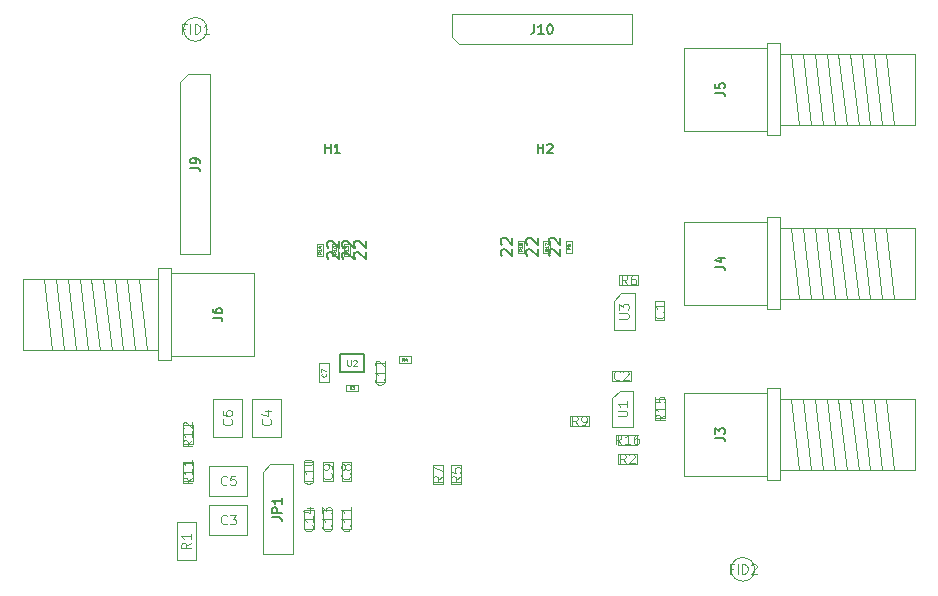
<source format=gbr>
%TF.GenerationSoftware,KiCad,Pcbnew,(5.1.10)-1*%
%TF.CreationDate,2021-07-22T16:49:50+02:00*%
%TF.ProjectId,astropix_v2,61737472-6f70-4697-985f-76322e6b6963,1.0*%
%TF.SameCoordinates,Original*%
%TF.FileFunction,Other,Fab,Top*%
%FSLAX46Y46*%
G04 Gerber Fmt 4.6, Leading zero omitted, Abs format (unit mm)*
G04 Created by KiCad (PCBNEW (5.1.10)-1) date 2021-07-22 16:49:50*
%MOMM*%
%LPD*%
G01*
G04 APERTURE LIST*
%ADD10C,0.100000*%
%ADD11C,0.150000*%
%ADD12C,0.040000*%
%ADD13C,0.060000*%
%ADD14C,0.075000*%
%ADD15C,0.120000*%
G04 APERTURE END LIST*
D10*
%TO.C,R8*%
X139303000Y-73550000D02*
X139303000Y-72500000D01*
X139843000Y-73550000D02*
X139303000Y-73550000D01*
X139843000Y-72500000D02*
X139843000Y-73550000D01*
X139303000Y-72500000D02*
X139843000Y-72500000D01*
%TO.C,R18*%
X135239000Y-73550000D02*
X135239000Y-72500000D01*
X135779000Y-73550000D02*
X135239000Y-73550000D01*
X135779000Y-72500000D02*
X135779000Y-73550000D01*
X135239000Y-72500000D02*
X135779000Y-72500000D01*
%TO.C,R17*%
X137398000Y-73550000D02*
X137398000Y-72500000D01*
X137938000Y-73550000D02*
X137398000Y-73550000D01*
X137938000Y-72500000D02*
X137938000Y-73550000D01*
X137398000Y-72500000D02*
X137938000Y-72500000D01*
%TO.C,R14*%
X118761000Y-72754000D02*
X118761000Y-73804000D01*
X118221000Y-72754000D02*
X118761000Y-72754000D01*
X118221000Y-73804000D02*
X118221000Y-72754000D01*
X118761000Y-73804000D02*
X118221000Y-73804000D01*
%TO.C,R13*%
X121047000Y-72756000D02*
X121047000Y-73806000D01*
X120507000Y-72756000D02*
X121047000Y-72756000D01*
X120507000Y-73806000D02*
X120507000Y-72756000D01*
X121047000Y-73806000D02*
X120507000Y-73806000D01*
%TO.C,R10*%
X120031000Y-72754000D02*
X120031000Y-73804000D01*
X119491000Y-72754000D02*
X120031000Y-72754000D01*
X119491000Y-73804000D02*
X119491000Y-72754000D01*
X120031000Y-73804000D02*
X119491000Y-73804000D01*
%TO.C,C14*%
X117976600Y-95288200D02*
X117976600Y-96888200D01*
X117176600Y-95288200D02*
X117976600Y-95288200D01*
X117176600Y-96888200D02*
X117176600Y-95288200D01*
X117976600Y-96888200D02*
X117176600Y-96888200D01*
%TO.C,JP1*%
X113639600Y-92075000D02*
X114274600Y-91440000D01*
X113639600Y-99060000D02*
X113639600Y-92075000D01*
X116179600Y-99060000D02*
X113639600Y-99060000D01*
X116179600Y-91440000D02*
X116179600Y-99060000D01*
X114274600Y-91440000D02*
X116179600Y-91440000D01*
%TO.C,R4*%
X126204200Y-82820000D02*
X125154200Y-82820000D01*
X126204200Y-82280000D02*
X126204200Y-82820000D01*
X125154200Y-82280000D02*
X126204200Y-82280000D01*
X125154200Y-82820000D02*
X125154200Y-82280000D01*
D11*
%TO.C,U2*%
X122233800Y-82105198D02*
X122233800Y-83655200D01*
X120183800Y-82105198D02*
X122233800Y-82105198D01*
X120183800Y-83655200D02*
X120183800Y-82105198D01*
X122233800Y-83655200D02*
X120183800Y-83655200D01*
D10*
%TO.C,C3*%
X109144000Y-94914400D02*
X112344000Y-94914400D01*
X109144000Y-97414400D02*
X109144000Y-94914400D01*
X112344000Y-97414400D02*
X109144000Y-97414400D01*
X112344000Y-94914400D02*
X112344000Y-97414400D01*
%TO.C,R3*%
X121733800Y-85233000D02*
X120683800Y-85233000D01*
X121733800Y-84693000D02*
X121733800Y-85233000D01*
X120683800Y-84693000D02*
X121733800Y-84693000D01*
X120683800Y-85233000D02*
X120683800Y-84693000D01*
%TO.C,R6*%
X143853500Y-75431900D02*
X145453500Y-75431900D01*
X143853500Y-76256900D02*
X143853500Y-75431900D01*
X145453500Y-76256900D02*
X143853500Y-76256900D01*
X145453500Y-75431900D02*
X145453500Y-76256900D01*
%TO.C,C7*%
X118446600Y-82893000D02*
X119246600Y-82893000D01*
X119246600Y-82893000D02*
X119246600Y-84493000D01*
X119246600Y-84493000D02*
X118446600Y-84493000D01*
X118446600Y-84493000D02*
X118446600Y-82893000D01*
%TO.C,R5*%
X130460500Y-91529000D02*
X130460500Y-93129000D01*
X129635500Y-91529000D02*
X130460500Y-91529000D01*
X129635500Y-93129000D02*
X129635500Y-91529000D01*
X130460500Y-93129000D02*
X129635500Y-93129000D01*
%TO.C,R16*%
X143726000Y-88944700D02*
X145326000Y-88944700D01*
X143726000Y-89769700D02*
X143726000Y-88944700D01*
X145326000Y-89769700D02*
X143726000Y-89769700D01*
X145326000Y-88944700D02*
X145326000Y-89769700D01*
%TO.C,R15*%
X147732500Y-85941000D02*
X147732500Y-87541000D01*
X146907500Y-85941000D02*
X147732500Y-85941000D01*
X146907500Y-87541000D02*
X146907500Y-85941000D01*
X147732500Y-87541000D02*
X146907500Y-87541000D01*
%TO.C,R9*%
X139662000Y-87344500D02*
X141262000Y-87344500D01*
X139662000Y-88169500D02*
X139662000Y-87344500D01*
X141262000Y-88169500D02*
X139662000Y-88169500D01*
X141262000Y-87344500D02*
X141262000Y-88169500D01*
%TO.C,R1*%
X106388000Y-99542400D02*
X106388000Y-96342400D01*
X107988000Y-99542400D02*
X106388000Y-99542400D01*
X107988000Y-96342400D02*
X107988000Y-99542400D01*
X106388000Y-96342400D02*
X107988000Y-96342400D01*
%TO.C,U1*%
X145045000Y-85191000D02*
X145045000Y-88291000D01*
X145045000Y-88291000D02*
X143245000Y-88291000D01*
X143245000Y-85841000D02*
X143245000Y-88291000D01*
X145045000Y-85191000D02*
X143895000Y-85191000D01*
X143245000Y-85841000D02*
X143895000Y-85191000D01*
%TO.C,U3*%
X145172000Y-76936000D02*
X145172000Y-80036000D01*
X145172000Y-80036000D02*
X143372000Y-80036000D01*
X143372000Y-77586000D02*
X143372000Y-80036000D01*
X145172000Y-76936000D02*
X144022000Y-76936000D01*
X143372000Y-77586000D02*
X144022000Y-76936000D01*
%TO.C,FID2*%
X155305000Y-100330000D02*
G75*
G03*
X155305000Y-100330000I-1000000J0D01*
G01*
%TO.C,FID1*%
X108950000Y-54610000D02*
G75*
G03*
X108950000Y-54610000I-1000000J0D01*
G01*
%TO.C,R12*%
X107727500Y-88100000D02*
X107727500Y-89700000D01*
X106902500Y-88100000D02*
X107727500Y-88100000D01*
X106902500Y-89700000D02*
X106902500Y-88100000D01*
X107727500Y-89700000D02*
X106902500Y-89700000D01*
%TO.C,R11*%
X106902500Y-92875000D02*
X106902500Y-91275000D01*
X107727500Y-92875000D02*
X106902500Y-92875000D01*
X107727500Y-91275000D02*
X107727500Y-92875000D01*
X106902500Y-91275000D02*
X107727500Y-91275000D01*
%TO.C,C6*%
X111943200Y-85903000D02*
X111943200Y-89103000D01*
X109443200Y-85903000D02*
X111943200Y-85903000D01*
X109443200Y-89103000D02*
X109443200Y-85903000D01*
X111943200Y-89103000D02*
X109443200Y-89103000D01*
%TO.C,C5*%
X109144000Y-91587000D02*
X112344000Y-91587000D01*
X109144000Y-94087000D02*
X109144000Y-91587000D01*
X112344000Y-94087000D02*
X109144000Y-94087000D01*
X112344000Y-91587000D02*
X112344000Y-94087000D01*
%TO.C,C4*%
X115245200Y-85903000D02*
X115245200Y-89103000D01*
X112745200Y-85903000D02*
X115245200Y-85903000D01*
X112745200Y-89103000D02*
X112745200Y-85903000D01*
X115245200Y-89103000D02*
X112745200Y-89103000D01*
%TO.C,R7*%
X128936500Y-91529000D02*
X128936500Y-93129000D01*
X128111500Y-91529000D02*
X128936500Y-91529000D01*
X128111500Y-93129000D02*
X128111500Y-91529000D01*
X128936500Y-93129000D02*
X128111500Y-93129000D01*
%TO.C,R2*%
X143726000Y-90570300D02*
X145326000Y-90570300D01*
X143726000Y-91395300D02*
X143726000Y-90570300D01*
X145326000Y-91395300D02*
X143726000Y-91395300D01*
X145326000Y-90570300D02*
X145326000Y-91395300D01*
%TO.C,J10*%
X130302000Y-55880000D02*
X129667000Y-55245000D01*
X144907000Y-55880000D02*
X130302000Y-55880000D01*
X144907000Y-53340000D02*
X144907000Y-55880000D01*
X129667000Y-53340000D02*
X144907000Y-53340000D01*
X129667000Y-55245000D02*
X129667000Y-53340000D01*
%TO.C,J9*%
X106680000Y-59055000D02*
X107315000Y-58420000D01*
X106680000Y-73660000D02*
X106680000Y-59055000D01*
X109220000Y-73660000D02*
X106680000Y-73660000D01*
X109220000Y-58420000D02*
X109220000Y-73660000D01*
X107315000Y-58420000D02*
X109220000Y-58420000D01*
%TO.C,J6*%
X95855000Y-81740000D02*
X95155000Y-75740000D01*
X96855000Y-81740000D02*
X96155000Y-75740000D01*
X97855000Y-81740000D02*
X97155000Y-75740000D01*
X98855000Y-81740000D02*
X98155000Y-75740000D01*
X99855000Y-81740000D02*
X99155000Y-75740000D01*
X100855000Y-81740000D02*
X100155000Y-75740000D01*
X101855000Y-81740000D02*
X101155000Y-75740000D01*
X102855000Y-81740000D02*
X102155000Y-75740000D01*
X103855000Y-81740000D02*
X103155000Y-75740000D01*
X105905000Y-82640000D02*
X105905000Y-74840000D01*
X104785000Y-82640000D02*
X105905000Y-82640000D01*
X104785000Y-74840000D02*
X104785000Y-82640000D01*
X105905000Y-74840000D02*
X104785000Y-74840000D01*
X93355000Y-75740000D02*
X104785000Y-75740000D01*
X93355000Y-81740000D02*
X104785000Y-81740000D01*
X93355000Y-81740000D02*
X93355000Y-75740000D01*
X105905000Y-75240000D02*
X112905000Y-75240000D01*
X112905000Y-82240000D02*
X112905000Y-75240000D01*
X105905000Y-82240000D02*
X112905000Y-82240000D01*
X105905000Y-82240000D02*
X105905000Y-75240000D01*
%TO.C,J5*%
X166400000Y-56690000D02*
X167100000Y-62690000D01*
X165400000Y-56690000D02*
X166100000Y-62690000D01*
X164400000Y-56690000D02*
X165100000Y-62690000D01*
X163400000Y-56690000D02*
X164100000Y-62690000D01*
X162400000Y-56690000D02*
X163100000Y-62690000D01*
X161400000Y-56690000D02*
X162100000Y-62690000D01*
X160400000Y-56690000D02*
X161100000Y-62690000D01*
X159400000Y-56690000D02*
X160100000Y-62690000D01*
X158400000Y-56690000D02*
X159100000Y-62690000D01*
X156350000Y-55790000D02*
X156350000Y-63590000D01*
X157470000Y-55790000D02*
X156350000Y-55790000D01*
X157470000Y-63590000D02*
X157470000Y-55790000D01*
X156350000Y-63590000D02*
X157470000Y-63590000D01*
X168900000Y-62690000D02*
X157470000Y-62690000D01*
X168900000Y-56690000D02*
X157470000Y-56690000D01*
X168900000Y-56690000D02*
X168900000Y-62690000D01*
X156350000Y-63190000D02*
X149350000Y-63190000D01*
X149350000Y-56190000D02*
X149350000Y-63190000D01*
X156350000Y-56190000D02*
X149350000Y-56190000D01*
X156350000Y-56190000D02*
X156350000Y-63190000D01*
%TO.C,J4*%
X166400000Y-71422000D02*
X167100000Y-77422000D01*
X165400000Y-71422000D02*
X166100000Y-77422000D01*
X164400000Y-71422000D02*
X165100000Y-77422000D01*
X163400000Y-71422000D02*
X164100000Y-77422000D01*
X162400000Y-71422000D02*
X163100000Y-77422000D01*
X161400000Y-71422000D02*
X162100000Y-77422000D01*
X160400000Y-71422000D02*
X161100000Y-77422000D01*
X159400000Y-71422000D02*
X160100000Y-77422000D01*
X158400000Y-71422000D02*
X159100000Y-77422000D01*
X156350000Y-70522000D02*
X156350000Y-78322000D01*
X157470000Y-70522000D02*
X156350000Y-70522000D01*
X157470000Y-78322000D02*
X157470000Y-70522000D01*
X156350000Y-78322000D02*
X157470000Y-78322000D01*
X168900000Y-77422000D02*
X157470000Y-77422000D01*
X168900000Y-71422000D02*
X157470000Y-71422000D01*
X168900000Y-71422000D02*
X168900000Y-77422000D01*
X156350000Y-77922000D02*
X149350000Y-77922000D01*
X149350000Y-70922000D02*
X149350000Y-77922000D01*
X156350000Y-70922000D02*
X149350000Y-70922000D01*
X156350000Y-70922000D02*
X156350000Y-77922000D01*
%TO.C,J3*%
X166400000Y-85900000D02*
X167100000Y-91900000D01*
X165400000Y-85900000D02*
X166100000Y-91900000D01*
X164400000Y-85900000D02*
X165100000Y-91900000D01*
X163400000Y-85900000D02*
X164100000Y-91900000D01*
X162400000Y-85900000D02*
X163100000Y-91900000D01*
X161400000Y-85900000D02*
X162100000Y-91900000D01*
X160400000Y-85900000D02*
X161100000Y-91900000D01*
X159400000Y-85900000D02*
X160100000Y-91900000D01*
X158400000Y-85900000D02*
X159100000Y-91900000D01*
X156350000Y-85000000D02*
X156350000Y-92800000D01*
X157470000Y-85000000D02*
X156350000Y-85000000D01*
X157470000Y-92800000D02*
X157470000Y-85000000D01*
X156350000Y-92800000D02*
X157470000Y-92800000D01*
X168900000Y-91900000D02*
X157470000Y-91900000D01*
X168900000Y-85900000D02*
X157470000Y-85900000D01*
X168900000Y-85900000D02*
X168900000Y-91900000D01*
X156350000Y-92400000D02*
X149350000Y-92400000D01*
X149350000Y-85400000D02*
X149350000Y-92400000D01*
X156350000Y-85400000D02*
X149350000Y-85400000D01*
X156350000Y-85400000D02*
X156350000Y-92400000D01*
%TO.C,C10*%
X117151200Y-92849600D02*
X117151200Y-91249600D01*
X117951200Y-92849600D02*
X117151200Y-92849600D01*
X117951200Y-91249600D02*
X117951200Y-92849600D01*
X117151200Y-91249600D02*
X117951200Y-91249600D01*
%TO.C,C12*%
X123221800Y-84493000D02*
X123221800Y-82893000D01*
X124021800Y-84493000D02*
X123221800Y-84493000D01*
X124021800Y-82893000D02*
X124021800Y-84493000D01*
X123221800Y-82893000D02*
X124021800Y-82893000D01*
%TO.C,C13*%
X119551400Y-95288200D02*
X119551400Y-96888200D01*
X118751400Y-95288200D02*
X119551400Y-95288200D01*
X118751400Y-96888200D02*
X118751400Y-95288200D01*
X119551400Y-96888200D02*
X118751400Y-96888200D01*
%TO.C,C11*%
X121151600Y-95288200D02*
X121151600Y-96888200D01*
X120351600Y-95288200D02*
X121151600Y-95288200D01*
X120351600Y-96888200D02*
X120351600Y-95288200D01*
X121151600Y-96888200D02*
X120351600Y-96888200D01*
%TO.C,C9*%
X118776800Y-92849600D02*
X118776800Y-91249600D01*
X119576800Y-92849600D02*
X118776800Y-92849600D01*
X119576800Y-91249600D02*
X119576800Y-92849600D01*
X118776800Y-91249600D02*
X119576800Y-91249600D01*
%TO.C,C8*%
X120351600Y-92849600D02*
X120351600Y-91249600D01*
X121151600Y-92849600D02*
X120351600Y-92849600D01*
X121151600Y-91249600D02*
X121151600Y-92849600D01*
X120351600Y-91249600D02*
X121151600Y-91249600D01*
%TO.C,C2*%
X143218000Y-83547000D02*
X144818000Y-83547000D01*
X143218000Y-84347000D02*
X143218000Y-83547000D01*
X144818000Y-84347000D02*
X143218000Y-84347000D01*
X144818000Y-83547000D02*
X144818000Y-84347000D01*
%TO.C,C1*%
X146869200Y-79235200D02*
X146869200Y-77635200D01*
X147669200Y-79235200D02*
X146869200Y-79235200D01*
X147669200Y-77635200D02*
X147669200Y-79235200D01*
X146869200Y-77635200D02*
X147669200Y-77635200D01*
%TD*%
%TO.C,R8*%
D11*
X137950619Y-73786904D02*
X137903000Y-73739285D01*
X137855380Y-73644047D01*
X137855380Y-73405952D01*
X137903000Y-73310714D01*
X137950619Y-73263095D01*
X138045857Y-73215476D01*
X138141095Y-73215476D01*
X138283952Y-73263095D01*
X138855380Y-73834523D01*
X138855380Y-73215476D01*
X137950619Y-72834523D02*
X137903000Y-72786904D01*
X137855380Y-72691666D01*
X137855380Y-72453571D01*
X137903000Y-72358333D01*
X137950619Y-72310714D01*
X138045857Y-72263095D01*
X138141095Y-72263095D01*
X138283952Y-72310714D01*
X138855380Y-72882142D01*
X138855380Y-72263095D01*
D12*
X139690619Y-73068333D02*
X139566809Y-73155000D01*
X139690619Y-73216904D02*
X139430619Y-73216904D01*
X139430619Y-73117857D01*
X139443000Y-73093095D01*
X139455380Y-73080714D01*
X139480142Y-73068333D01*
X139517285Y-73068333D01*
X139542047Y-73080714D01*
X139554428Y-73093095D01*
X139566809Y-73117857D01*
X139566809Y-73216904D01*
X139542047Y-72919761D02*
X139529666Y-72944523D01*
X139517285Y-72956904D01*
X139492523Y-72969285D01*
X139480142Y-72969285D01*
X139455380Y-72956904D01*
X139443000Y-72944523D01*
X139430619Y-72919761D01*
X139430619Y-72870238D01*
X139443000Y-72845476D01*
X139455380Y-72833095D01*
X139480142Y-72820714D01*
X139492523Y-72820714D01*
X139517285Y-72833095D01*
X139529666Y-72845476D01*
X139542047Y-72870238D01*
X139542047Y-72919761D01*
X139554428Y-72944523D01*
X139566809Y-72956904D01*
X139591571Y-72969285D01*
X139641095Y-72969285D01*
X139665857Y-72956904D01*
X139678238Y-72944523D01*
X139690619Y-72919761D01*
X139690619Y-72870238D01*
X139678238Y-72845476D01*
X139665857Y-72833095D01*
X139641095Y-72820714D01*
X139591571Y-72820714D01*
X139566809Y-72833095D01*
X139554428Y-72845476D01*
X139542047Y-72870238D01*
%TO.C,R18*%
D11*
X133886619Y-73786904D02*
X133839000Y-73739285D01*
X133791380Y-73644047D01*
X133791380Y-73405952D01*
X133839000Y-73310714D01*
X133886619Y-73263095D01*
X133981857Y-73215476D01*
X134077095Y-73215476D01*
X134219952Y-73263095D01*
X134791380Y-73834523D01*
X134791380Y-73215476D01*
X133886619Y-72834523D02*
X133839000Y-72786904D01*
X133791380Y-72691666D01*
X133791380Y-72453571D01*
X133839000Y-72358333D01*
X133886619Y-72310714D01*
X133981857Y-72263095D01*
X134077095Y-72263095D01*
X134219952Y-72310714D01*
X134791380Y-72882142D01*
X134791380Y-72263095D01*
D12*
X135626619Y-73192142D02*
X135502809Y-73278809D01*
X135626619Y-73340714D02*
X135366619Y-73340714D01*
X135366619Y-73241666D01*
X135379000Y-73216904D01*
X135391380Y-73204523D01*
X135416142Y-73192142D01*
X135453285Y-73192142D01*
X135478047Y-73204523D01*
X135490428Y-73216904D01*
X135502809Y-73241666D01*
X135502809Y-73340714D01*
X135626619Y-72944523D02*
X135626619Y-73093095D01*
X135626619Y-73018809D02*
X135366619Y-73018809D01*
X135403761Y-73043571D01*
X135428523Y-73068333D01*
X135440904Y-73093095D01*
X135478047Y-72795952D02*
X135465666Y-72820714D01*
X135453285Y-72833095D01*
X135428523Y-72845476D01*
X135416142Y-72845476D01*
X135391380Y-72833095D01*
X135379000Y-72820714D01*
X135366619Y-72795952D01*
X135366619Y-72746428D01*
X135379000Y-72721666D01*
X135391380Y-72709285D01*
X135416142Y-72696904D01*
X135428523Y-72696904D01*
X135453285Y-72709285D01*
X135465666Y-72721666D01*
X135478047Y-72746428D01*
X135478047Y-72795952D01*
X135490428Y-72820714D01*
X135502809Y-72833095D01*
X135527571Y-72845476D01*
X135577095Y-72845476D01*
X135601857Y-72833095D01*
X135614238Y-72820714D01*
X135626619Y-72795952D01*
X135626619Y-72746428D01*
X135614238Y-72721666D01*
X135601857Y-72709285D01*
X135577095Y-72696904D01*
X135527571Y-72696904D01*
X135502809Y-72709285D01*
X135490428Y-72721666D01*
X135478047Y-72746428D01*
%TO.C,R17*%
D11*
X136045619Y-73786904D02*
X135998000Y-73739285D01*
X135950380Y-73644047D01*
X135950380Y-73405952D01*
X135998000Y-73310714D01*
X136045619Y-73263095D01*
X136140857Y-73215476D01*
X136236095Y-73215476D01*
X136378952Y-73263095D01*
X136950380Y-73834523D01*
X136950380Y-73215476D01*
X136045619Y-72834523D02*
X135998000Y-72786904D01*
X135950380Y-72691666D01*
X135950380Y-72453571D01*
X135998000Y-72358333D01*
X136045619Y-72310714D01*
X136140857Y-72263095D01*
X136236095Y-72263095D01*
X136378952Y-72310714D01*
X136950380Y-72882142D01*
X136950380Y-72263095D01*
D12*
X137785619Y-73192142D02*
X137661809Y-73278809D01*
X137785619Y-73340714D02*
X137525619Y-73340714D01*
X137525619Y-73241666D01*
X137538000Y-73216904D01*
X137550380Y-73204523D01*
X137575142Y-73192142D01*
X137612285Y-73192142D01*
X137637047Y-73204523D01*
X137649428Y-73216904D01*
X137661809Y-73241666D01*
X137661809Y-73340714D01*
X137785619Y-72944523D02*
X137785619Y-73093095D01*
X137785619Y-73018809D02*
X137525619Y-73018809D01*
X137562761Y-73043571D01*
X137587523Y-73068333D01*
X137599904Y-73093095D01*
X137525619Y-72857857D02*
X137525619Y-72684523D01*
X137785619Y-72795952D01*
%TO.C,R14*%
D11*
X119208619Y-74040904D02*
X119161000Y-73993285D01*
X119113380Y-73898047D01*
X119113380Y-73659952D01*
X119161000Y-73564714D01*
X119208619Y-73517095D01*
X119303857Y-73469476D01*
X119399095Y-73469476D01*
X119541952Y-73517095D01*
X120113380Y-74088523D01*
X120113380Y-73469476D01*
X119208619Y-73088523D02*
X119161000Y-73040904D01*
X119113380Y-72945666D01*
X119113380Y-72707571D01*
X119161000Y-72612333D01*
X119208619Y-72564714D01*
X119303857Y-72517095D01*
X119399095Y-72517095D01*
X119541952Y-72564714D01*
X120113380Y-73136142D01*
X120113380Y-72517095D01*
D12*
X118608619Y-73446142D02*
X118484809Y-73532809D01*
X118608619Y-73594714D02*
X118348619Y-73594714D01*
X118348619Y-73495666D01*
X118361000Y-73470904D01*
X118373380Y-73458523D01*
X118398142Y-73446142D01*
X118435285Y-73446142D01*
X118460047Y-73458523D01*
X118472428Y-73470904D01*
X118484809Y-73495666D01*
X118484809Y-73594714D01*
X118608619Y-73198523D02*
X118608619Y-73347095D01*
X118608619Y-73272809D02*
X118348619Y-73272809D01*
X118385761Y-73297571D01*
X118410523Y-73322333D01*
X118422904Y-73347095D01*
X118435285Y-72975666D02*
X118608619Y-72975666D01*
X118336238Y-73037571D02*
X118521952Y-73099476D01*
X118521952Y-72938523D01*
%TO.C,R13*%
D11*
X121494619Y-74042904D02*
X121447000Y-73995285D01*
X121399380Y-73900047D01*
X121399380Y-73661952D01*
X121447000Y-73566714D01*
X121494619Y-73519095D01*
X121589857Y-73471476D01*
X121685095Y-73471476D01*
X121827952Y-73519095D01*
X122399380Y-74090523D01*
X122399380Y-73471476D01*
X121494619Y-73090523D02*
X121447000Y-73042904D01*
X121399380Y-72947666D01*
X121399380Y-72709571D01*
X121447000Y-72614333D01*
X121494619Y-72566714D01*
X121589857Y-72519095D01*
X121685095Y-72519095D01*
X121827952Y-72566714D01*
X122399380Y-73138142D01*
X122399380Y-72519095D01*
D12*
X120894619Y-73448142D02*
X120770809Y-73534809D01*
X120894619Y-73596714D02*
X120634619Y-73596714D01*
X120634619Y-73497666D01*
X120647000Y-73472904D01*
X120659380Y-73460523D01*
X120684142Y-73448142D01*
X120721285Y-73448142D01*
X120746047Y-73460523D01*
X120758428Y-73472904D01*
X120770809Y-73497666D01*
X120770809Y-73596714D01*
X120894619Y-73200523D02*
X120894619Y-73349095D01*
X120894619Y-73274809D02*
X120634619Y-73274809D01*
X120671761Y-73299571D01*
X120696523Y-73324333D01*
X120708904Y-73349095D01*
X120634619Y-73113857D02*
X120634619Y-72952904D01*
X120733666Y-73039571D01*
X120733666Y-73002428D01*
X120746047Y-72977666D01*
X120758428Y-72965285D01*
X120783190Y-72952904D01*
X120845095Y-72952904D01*
X120869857Y-72965285D01*
X120882238Y-72977666D01*
X120894619Y-73002428D01*
X120894619Y-73076714D01*
X120882238Y-73101476D01*
X120869857Y-73113857D01*
%TO.C,R10*%
D11*
X120478619Y-74040904D02*
X120431000Y-73993285D01*
X120383380Y-73898047D01*
X120383380Y-73659952D01*
X120431000Y-73564714D01*
X120478619Y-73517095D01*
X120573857Y-73469476D01*
X120669095Y-73469476D01*
X120811952Y-73517095D01*
X121383380Y-74088523D01*
X121383380Y-73469476D01*
X120478619Y-73088523D02*
X120431000Y-73040904D01*
X120383380Y-72945666D01*
X120383380Y-72707571D01*
X120431000Y-72612333D01*
X120478619Y-72564714D01*
X120573857Y-72517095D01*
X120669095Y-72517095D01*
X120811952Y-72564714D01*
X121383380Y-73136142D01*
X121383380Y-72517095D01*
D12*
X119878619Y-73446142D02*
X119754809Y-73532809D01*
X119878619Y-73594714D02*
X119618619Y-73594714D01*
X119618619Y-73495666D01*
X119631000Y-73470904D01*
X119643380Y-73458523D01*
X119668142Y-73446142D01*
X119705285Y-73446142D01*
X119730047Y-73458523D01*
X119742428Y-73470904D01*
X119754809Y-73495666D01*
X119754809Y-73594714D01*
X119878619Y-73198523D02*
X119878619Y-73347095D01*
X119878619Y-73272809D02*
X119618619Y-73272809D01*
X119655761Y-73297571D01*
X119680523Y-73322333D01*
X119692904Y-73347095D01*
X119618619Y-73037571D02*
X119618619Y-73012809D01*
X119631000Y-72988047D01*
X119643380Y-72975666D01*
X119668142Y-72963285D01*
X119717666Y-72950904D01*
X119779571Y-72950904D01*
X119829095Y-72963285D01*
X119853857Y-72975666D01*
X119866238Y-72988047D01*
X119878619Y-73012809D01*
X119878619Y-73037571D01*
X119866238Y-73062333D01*
X119853857Y-73074714D01*
X119829095Y-73087095D01*
X119779571Y-73099476D01*
X119717666Y-73099476D01*
X119668142Y-73087095D01*
X119643380Y-73074714D01*
X119631000Y-73062333D01*
X119618619Y-73037571D01*
%TO.C,C14*%
D13*
X117862314Y-96602485D02*
X117900409Y-96640580D01*
X117938504Y-96754866D01*
X117938504Y-96831057D01*
X117900409Y-96945342D01*
X117824219Y-97021533D01*
X117748028Y-97059628D01*
X117595647Y-97097723D01*
X117481361Y-97097723D01*
X117328980Y-97059628D01*
X117252790Y-97021533D01*
X117176600Y-96945342D01*
X117138504Y-96831057D01*
X117138504Y-96754866D01*
X117176600Y-96640580D01*
X117214695Y-96602485D01*
X117938504Y-95840580D02*
X117938504Y-96297723D01*
X117938504Y-96069152D02*
X117138504Y-96069152D01*
X117252790Y-96145342D01*
X117328980Y-96221533D01*
X117367076Y-96297723D01*
X117405171Y-95154866D02*
X117938504Y-95154866D01*
X117100409Y-95345342D02*
X117671838Y-95535819D01*
X117671838Y-95040580D01*
%TO.C,JP1*%
D11*
X114471504Y-95916666D02*
X115042933Y-95916666D01*
X115157219Y-95954761D01*
X115233409Y-96030952D01*
X115271504Y-96145238D01*
X115271504Y-96221428D01*
X115271504Y-95535714D02*
X114471504Y-95535714D01*
X114471504Y-95230952D01*
X114509600Y-95154761D01*
X114547695Y-95116666D01*
X114623885Y-95078571D01*
X114738171Y-95078571D01*
X114814361Y-95116666D01*
X114852457Y-95154761D01*
X114890552Y-95230952D01*
X114890552Y-95535714D01*
X115271504Y-94316666D02*
X115271504Y-94773809D01*
X115271504Y-94545238D02*
X114471504Y-94545238D01*
X114585790Y-94621428D01*
X114661980Y-94697619D01*
X114700076Y-94773809D01*
%TO.C,R4*%
D12*
X125635866Y-82667619D02*
X125549200Y-82543809D01*
X125487295Y-82667619D02*
X125487295Y-82407619D01*
X125586342Y-82407619D01*
X125611104Y-82420000D01*
X125623485Y-82432380D01*
X125635866Y-82457142D01*
X125635866Y-82494285D01*
X125623485Y-82519047D01*
X125611104Y-82531428D01*
X125586342Y-82543809D01*
X125487295Y-82543809D01*
X125858723Y-82494285D02*
X125858723Y-82667619D01*
X125796819Y-82395238D02*
X125734914Y-82580952D01*
X125895866Y-82580952D01*
%TO.C,U2*%
D14*
X120827847Y-82606390D02*
X120827847Y-83011152D01*
X120851657Y-83058771D01*
X120875466Y-83082580D01*
X120923085Y-83106390D01*
X121018323Y-83106390D01*
X121065942Y-83082580D01*
X121089752Y-83058771D01*
X121113561Y-83011152D01*
X121113561Y-82606390D01*
X121327847Y-82654009D02*
X121351657Y-82630200D01*
X121399276Y-82606390D01*
X121518323Y-82606390D01*
X121565942Y-82630200D01*
X121589752Y-82654009D01*
X121613561Y-82701628D01*
X121613561Y-82749247D01*
X121589752Y-82820676D01*
X121304038Y-83106390D01*
X121613561Y-83106390D01*
%TO.C,C3*%
D15*
X110610666Y-96450114D02*
X110572571Y-96488209D01*
X110458285Y-96526304D01*
X110382095Y-96526304D01*
X110267809Y-96488209D01*
X110191619Y-96412019D01*
X110153523Y-96335828D01*
X110115428Y-96183447D01*
X110115428Y-96069161D01*
X110153523Y-95916780D01*
X110191619Y-95840590D01*
X110267809Y-95764400D01*
X110382095Y-95726304D01*
X110458285Y-95726304D01*
X110572571Y-95764400D01*
X110610666Y-95802495D01*
X110877333Y-95726304D02*
X111372571Y-95726304D01*
X111105904Y-96031066D01*
X111220190Y-96031066D01*
X111296380Y-96069161D01*
X111334476Y-96107257D01*
X111372571Y-96183447D01*
X111372571Y-96373923D01*
X111334476Y-96450114D01*
X111296380Y-96488209D01*
X111220190Y-96526304D01*
X110991619Y-96526304D01*
X110915428Y-96488209D01*
X110877333Y-96450114D01*
%TO.C,R3*%
D12*
X121165466Y-85080619D02*
X121078800Y-84956809D01*
X121016895Y-85080619D02*
X121016895Y-84820619D01*
X121115942Y-84820619D01*
X121140704Y-84833000D01*
X121153085Y-84845380D01*
X121165466Y-84870142D01*
X121165466Y-84907285D01*
X121153085Y-84932047D01*
X121140704Y-84944428D01*
X121115942Y-84956809D01*
X121016895Y-84956809D01*
X121252133Y-84820619D02*
X121413085Y-84820619D01*
X121326419Y-84919666D01*
X121363561Y-84919666D01*
X121388323Y-84932047D01*
X121400704Y-84944428D01*
X121413085Y-84969190D01*
X121413085Y-85031095D01*
X121400704Y-85055857D01*
X121388323Y-85068238D01*
X121363561Y-85080619D01*
X121289276Y-85080619D01*
X121264514Y-85068238D01*
X121252133Y-85055857D01*
%TO.C,R6*%
D13*
X144520166Y-76206304D02*
X144253500Y-75825352D01*
X144063023Y-76206304D02*
X144063023Y-75406304D01*
X144367785Y-75406304D01*
X144443976Y-75444400D01*
X144482071Y-75482495D01*
X144520166Y-75558685D01*
X144520166Y-75672971D01*
X144482071Y-75749161D01*
X144443976Y-75787257D01*
X144367785Y-75825352D01*
X144063023Y-75825352D01*
X145205880Y-75406304D02*
X145053500Y-75406304D01*
X144977309Y-75444400D01*
X144939214Y-75482495D01*
X144863023Y-75596780D01*
X144824928Y-75749161D01*
X144824928Y-76053923D01*
X144863023Y-76130114D01*
X144901119Y-76168209D01*
X144977309Y-76206304D01*
X145129690Y-76206304D01*
X145205880Y-76168209D01*
X145243976Y-76130114D01*
X145282071Y-76053923D01*
X145282071Y-75863447D01*
X145243976Y-75787257D01*
X145205880Y-75749161D01*
X145129690Y-75711066D01*
X144977309Y-75711066D01*
X144901119Y-75749161D01*
X144863023Y-75787257D01*
X144824928Y-75863447D01*
%TO.C,C7*%
X118989457Y-83759666D02*
X119008504Y-83778714D01*
X119027552Y-83835857D01*
X119027552Y-83873952D01*
X119008504Y-83931095D01*
X118970409Y-83969190D01*
X118932314Y-83988238D01*
X118856123Y-84007285D01*
X118798980Y-84007285D01*
X118722790Y-83988238D01*
X118684695Y-83969190D01*
X118646600Y-83931095D01*
X118627552Y-83873952D01*
X118627552Y-83835857D01*
X118646600Y-83778714D01*
X118665647Y-83759666D01*
X118627552Y-83626333D02*
X118627552Y-83359666D01*
X119027552Y-83531095D01*
%TO.C,R5*%
X130409904Y-92462333D02*
X130028952Y-92729000D01*
X130409904Y-92919476D02*
X129609904Y-92919476D01*
X129609904Y-92614714D01*
X129648000Y-92538523D01*
X129686095Y-92500428D01*
X129762285Y-92462333D01*
X129876571Y-92462333D01*
X129952761Y-92500428D01*
X129990857Y-92538523D01*
X130028952Y-92614714D01*
X130028952Y-92919476D01*
X129609904Y-91738523D02*
X129609904Y-92119476D01*
X129990857Y-92157571D01*
X129952761Y-92119476D01*
X129914666Y-92043285D01*
X129914666Y-91852809D01*
X129952761Y-91776619D01*
X129990857Y-91738523D01*
X130067047Y-91700428D01*
X130257523Y-91700428D01*
X130333714Y-91738523D01*
X130371809Y-91776619D01*
X130409904Y-91852809D01*
X130409904Y-92043285D01*
X130371809Y-92119476D01*
X130333714Y-92157571D01*
%TO.C,R16*%
X144011714Y-89719104D02*
X143745047Y-89338152D01*
X143554571Y-89719104D02*
X143554571Y-88919104D01*
X143859333Y-88919104D01*
X143935523Y-88957200D01*
X143973619Y-88995295D01*
X144011714Y-89071485D01*
X144011714Y-89185771D01*
X143973619Y-89261961D01*
X143935523Y-89300057D01*
X143859333Y-89338152D01*
X143554571Y-89338152D01*
X144773619Y-89719104D02*
X144316476Y-89719104D01*
X144545047Y-89719104D02*
X144545047Y-88919104D01*
X144468857Y-89033390D01*
X144392666Y-89109580D01*
X144316476Y-89147676D01*
X145459333Y-88919104D02*
X145306952Y-88919104D01*
X145230761Y-88957200D01*
X145192666Y-88995295D01*
X145116476Y-89109580D01*
X145078380Y-89261961D01*
X145078380Y-89566723D01*
X145116476Y-89642914D01*
X145154571Y-89681009D01*
X145230761Y-89719104D01*
X145383142Y-89719104D01*
X145459333Y-89681009D01*
X145497428Y-89642914D01*
X145535523Y-89566723D01*
X145535523Y-89376247D01*
X145497428Y-89300057D01*
X145459333Y-89261961D01*
X145383142Y-89223866D01*
X145230761Y-89223866D01*
X145154571Y-89261961D01*
X145116476Y-89300057D01*
X145078380Y-89376247D01*
%TO.C,R15*%
X147681904Y-87255285D02*
X147300952Y-87521952D01*
X147681904Y-87712428D02*
X146881904Y-87712428D01*
X146881904Y-87407666D01*
X146920000Y-87331476D01*
X146958095Y-87293380D01*
X147034285Y-87255285D01*
X147148571Y-87255285D01*
X147224761Y-87293380D01*
X147262857Y-87331476D01*
X147300952Y-87407666D01*
X147300952Y-87712428D01*
X147681904Y-86493380D02*
X147681904Y-86950523D01*
X147681904Y-86721952D02*
X146881904Y-86721952D01*
X146996190Y-86798142D01*
X147072380Y-86874333D01*
X147110476Y-86950523D01*
X146881904Y-85769571D02*
X146881904Y-86150523D01*
X147262857Y-86188619D01*
X147224761Y-86150523D01*
X147186666Y-86074333D01*
X147186666Y-85883857D01*
X147224761Y-85807666D01*
X147262857Y-85769571D01*
X147339047Y-85731476D01*
X147529523Y-85731476D01*
X147605714Y-85769571D01*
X147643809Y-85807666D01*
X147681904Y-85883857D01*
X147681904Y-86074333D01*
X147643809Y-86150523D01*
X147605714Y-86188619D01*
%TO.C,R9*%
X140328666Y-88118904D02*
X140062000Y-87737952D01*
X139871523Y-88118904D02*
X139871523Y-87318904D01*
X140176285Y-87318904D01*
X140252476Y-87357000D01*
X140290571Y-87395095D01*
X140328666Y-87471285D01*
X140328666Y-87585571D01*
X140290571Y-87661761D01*
X140252476Y-87699857D01*
X140176285Y-87737952D01*
X139871523Y-87737952D01*
X140709619Y-88118904D02*
X140862000Y-88118904D01*
X140938190Y-88080809D01*
X140976285Y-88042714D01*
X141052476Y-87928428D01*
X141090571Y-87776047D01*
X141090571Y-87471285D01*
X141052476Y-87395095D01*
X141014380Y-87357000D01*
X140938190Y-87318904D01*
X140785809Y-87318904D01*
X140709619Y-87357000D01*
X140671523Y-87395095D01*
X140633428Y-87471285D01*
X140633428Y-87661761D01*
X140671523Y-87737952D01*
X140709619Y-87776047D01*
X140785809Y-87814142D01*
X140938190Y-87814142D01*
X141014380Y-87776047D01*
X141052476Y-87737952D01*
X141090571Y-87661761D01*
%TO.C,R1*%
D15*
X107549904Y-98075733D02*
X107168952Y-98342400D01*
X107549904Y-98532876D02*
X106749904Y-98532876D01*
X106749904Y-98228114D01*
X106788000Y-98151923D01*
X106826095Y-98113828D01*
X106902285Y-98075733D01*
X107016571Y-98075733D01*
X107092761Y-98113828D01*
X107130857Y-98151923D01*
X107168952Y-98228114D01*
X107168952Y-98532876D01*
X107549904Y-97313828D02*
X107549904Y-97770971D01*
X107549904Y-97542400D02*
X106749904Y-97542400D01*
X106864190Y-97618590D01*
X106940380Y-97694780D01*
X106978476Y-97770971D01*
%TO.C,U1*%
D14*
X143706904Y-87350523D02*
X144354523Y-87350523D01*
X144430714Y-87312428D01*
X144468809Y-87274333D01*
X144506904Y-87198142D01*
X144506904Y-87045761D01*
X144468809Y-86969571D01*
X144430714Y-86931476D01*
X144354523Y-86893380D01*
X143706904Y-86893380D01*
X144506904Y-86093380D02*
X144506904Y-86550523D01*
X144506904Y-86321952D02*
X143706904Y-86321952D01*
X143821190Y-86398142D01*
X143897380Y-86474333D01*
X143935476Y-86550523D01*
%TO.C,U3*%
X143833904Y-79095523D02*
X144481523Y-79095523D01*
X144557714Y-79057428D01*
X144595809Y-79019333D01*
X144633904Y-78943142D01*
X144633904Y-78790761D01*
X144595809Y-78714571D01*
X144557714Y-78676476D01*
X144481523Y-78638380D01*
X143833904Y-78638380D01*
X143833904Y-78333619D02*
X143833904Y-77838380D01*
X144138666Y-78105047D01*
X144138666Y-77990761D01*
X144176761Y-77914571D01*
X144214857Y-77876476D01*
X144291047Y-77838380D01*
X144481523Y-77838380D01*
X144557714Y-77876476D01*
X144595809Y-77914571D01*
X144633904Y-77990761D01*
X144633904Y-78219333D01*
X144595809Y-78295523D01*
X144557714Y-78333619D01*
%TO.C,FID2*%
D13*
X153447857Y-100272857D02*
X153181190Y-100272857D01*
X153181190Y-100691904D02*
X153181190Y-99891904D01*
X153562142Y-99891904D01*
X153866904Y-100691904D02*
X153866904Y-99891904D01*
X154247857Y-100691904D02*
X154247857Y-99891904D01*
X154438333Y-99891904D01*
X154552619Y-99930000D01*
X154628809Y-100006190D01*
X154666904Y-100082380D01*
X154705000Y-100234761D01*
X154705000Y-100349047D01*
X154666904Y-100501428D01*
X154628809Y-100577619D01*
X154552619Y-100653809D01*
X154438333Y-100691904D01*
X154247857Y-100691904D01*
X155009761Y-99968095D02*
X155047857Y-99930000D01*
X155124047Y-99891904D01*
X155314523Y-99891904D01*
X155390714Y-99930000D01*
X155428809Y-99968095D01*
X155466904Y-100044285D01*
X155466904Y-100120476D01*
X155428809Y-100234761D01*
X154971666Y-100691904D01*
X155466904Y-100691904D01*
%TO.C,FID1*%
X107092857Y-54552857D02*
X106826190Y-54552857D01*
X106826190Y-54971904D02*
X106826190Y-54171904D01*
X107207142Y-54171904D01*
X107511904Y-54971904D02*
X107511904Y-54171904D01*
X107892857Y-54971904D02*
X107892857Y-54171904D01*
X108083333Y-54171904D01*
X108197619Y-54210000D01*
X108273809Y-54286190D01*
X108311904Y-54362380D01*
X108350000Y-54514761D01*
X108350000Y-54629047D01*
X108311904Y-54781428D01*
X108273809Y-54857619D01*
X108197619Y-54933809D01*
X108083333Y-54971904D01*
X107892857Y-54971904D01*
X109111904Y-54971904D02*
X108654761Y-54971904D01*
X108883333Y-54971904D02*
X108883333Y-54171904D01*
X108807142Y-54286190D01*
X108730952Y-54362380D01*
X108654761Y-54400476D01*
%TO.C,R12*%
X107676904Y-89414285D02*
X107295952Y-89680952D01*
X107676904Y-89871428D02*
X106876904Y-89871428D01*
X106876904Y-89566666D01*
X106915000Y-89490476D01*
X106953095Y-89452380D01*
X107029285Y-89414285D01*
X107143571Y-89414285D01*
X107219761Y-89452380D01*
X107257857Y-89490476D01*
X107295952Y-89566666D01*
X107295952Y-89871428D01*
X107676904Y-88652380D02*
X107676904Y-89109523D01*
X107676904Y-88880952D02*
X106876904Y-88880952D01*
X106991190Y-88957142D01*
X107067380Y-89033333D01*
X107105476Y-89109523D01*
X106953095Y-88347619D02*
X106915000Y-88309523D01*
X106876904Y-88233333D01*
X106876904Y-88042857D01*
X106915000Y-87966666D01*
X106953095Y-87928571D01*
X107029285Y-87890476D01*
X107105476Y-87890476D01*
X107219761Y-87928571D01*
X107676904Y-88385714D01*
X107676904Y-87890476D01*
%TO.C,R11*%
X107676904Y-92589285D02*
X107295952Y-92855952D01*
X107676904Y-93046428D02*
X106876904Y-93046428D01*
X106876904Y-92741666D01*
X106915000Y-92665476D01*
X106953095Y-92627380D01*
X107029285Y-92589285D01*
X107143571Y-92589285D01*
X107219761Y-92627380D01*
X107257857Y-92665476D01*
X107295952Y-92741666D01*
X107295952Y-93046428D01*
X107676904Y-91827380D02*
X107676904Y-92284523D01*
X107676904Y-92055952D02*
X106876904Y-92055952D01*
X106991190Y-92132142D01*
X107067380Y-92208333D01*
X107105476Y-92284523D01*
X107676904Y-91065476D02*
X107676904Y-91522619D01*
X107676904Y-91294047D02*
X106876904Y-91294047D01*
X106991190Y-91370238D01*
X107067380Y-91446428D01*
X107105476Y-91522619D01*
%TO.C,C6*%
D15*
X110978914Y-87636333D02*
X111017009Y-87674428D01*
X111055104Y-87788714D01*
X111055104Y-87864904D01*
X111017009Y-87979190D01*
X110940819Y-88055380D01*
X110864628Y-88093476D01*
X110712247Y-88131571D01*
X110597961Y-88131571D01*
X110445580Y-88093476D01*
X110369390Y-88055380D01*
X110293200Y-87979190D01*
X110255104Y-87864904D01*
X110255104Y-87788714D01*
X110293200Y-87674428D01*
X110331295Y-87636333D01*
X110255104Y-86950619D02*
X110255104Y-87103000D01*
X110293200Y-87179190D01*
X110331295Y-87217285D01*
X110445580Y-87293476D01*
X110597961Y-87331571D01*
X110902723Y-87331571D01*
X110978914Y-87293476D01*
X111017009Y-87255380D01*
X111055104Y-87179190D01*
X111055104Y-87026809D01*
X111017009Y-86950619D01*
X110978914Y-86912523D01*
X110902723Y-86874428D01*
X110712247Y-86874428D01*
X110636057Y-86912523D01*
X110597961Y-86950619D01*
X110559866Y-87026809D01*
X110559866Y-87179190D01*
X110597961Y-87255380D01*
X110636057Y-87293476D01*
X110712247Y-87331571D01*
%TO.C,C5*%
X110610666Y-93122714D02*
X110572571Y-93160809D01*
X110458285Y-93198904D01*
X110382095Y-93198904D01*
X110267809Y-93160809D01*
X110191619Y-93084619D01*
X110153523Y-93008428D01*
X110115428Y-92856047D01*
X110115428Y-92741761D01*
X110153523Y-92589380D01*
X110191619Y-92513190D01*
X110267809Y-92437000D01*
X110382095Y-92398904D01*
X110458285Y-92398904D01*
X110572571Y-92437000D01*
X110610666Y-92475095D01*
X111334476Y-92398904D02*
X110953523Y-92398904D01*
X110915428Y-92779857D01*
X110953523Y-92741761D01*
X111029714Y-92703666D01*
X111220190Y-92703666D01*
X111296380Y-92741761D01*
X111334476Y-92779857D01*
X111372571Y-92856047D01*
X111372571Y-93046523D01*
X111334476Y-93122714D01*
X111296380Y-93160809D01*
X111220190Y-93198904D01*
X111029714Y-93198904D01*
X110953523Y-93160809D01*
X110915428Y-93122714D01*
%TO.C,C4*%
X114280914Y-87636333D02*
X114319009Y-87674428D01*
X114357104Y-87788714D01*
X114357104Y-87864904D01*
X114319009Y-87979190D01*
X114242819Y-88055380D01*
X114166628Y-88093476D01*
X114014247Y-88131571D01*
X113899961Y-88131571D01*
X113747580Y-88093476D01*
X113671390Y-88055380D01*
X113595200Y-87979190D01*
X113557104Y-87864904D01*
X113557104Y-87788714D01*
X113595200Y-87674428D01*
X113633295Y-87636333D01*
X113823771Y-86950619D02*
X114357104Y-86950619D01*
X113519009Y-87141095D02*
X114090438Y-87331571D01*
X114090438Y-86836333D01*
%TO.C,R7*%
D13*
X128885904Y-92462333D02*
X128504952Y-92729000D01*
X128885904Y-92919476D02*
X128085904Y-92919476D01*
X128085904Y-92614714D01*
X128124000Y-92538523D01*
X128162095Y-92500428D01*
X128238285Y-92462333D01*
X128352571Y-92462333D01*
X128428761Y-92500428D01*
X128466857Y-92538523D01*
X128504952Y-92614714D01*
X128504952Y-92919476D01*
X128085904Y-92195666D02*
X128085904Y-91662333D01*
X128885904Y-92005190D01*
%TO.C,R2*%
X144392666Y-91344704D02*
X144126000Y-90963752D01*
X143935523Y-91344704D02*
X143935523Y-90544704D01*
X144240285Y-90544704D01*
X144316476Y-90582800D01*
X144354571Y-90620895D01*
X144392666Y-90697085D01*
X144392666Y-90811371D01*
X144354571Y-90887561D01*
X144316476Y-90925657D01*
X144240285Y-90963752D01*
X143935523Y-90963752D01*
X144697428Y-90620895D02*
X144735523Y-90582800D01*
X144811714Y-90544704D01*
X145002190Y-90544704D01*
X145078380Y-90582800D01*
X145116476Y-90620895D01*
X145154571Y-90697085D01*
X145154571Y-90773276D01*
X145116476Y-90887561D01*
X144659333Y-91344704D01*
X145154571Y-91344704D01*
%TO.C,J10*%
D11*
X136639380Y-54171904D02*
X136639380Y-54743333D01*
X136601285Y-54857619D01*
X136525095Y-54933809D01*
X136410809Y-54971904D01*
X136334619Y-54971904D01*
X137439380Y-54971904D02*
X136982238Y-54971904D01*
X137210809Y-54971904D02*
X137210809Y-54171904D01*
X137134619Y-54286190D01*
X137058428Y-54362380D01*
X136982238Y-54400476D01*
X137934619Y-54171904D02*
X138010809Y-54171904D01*
X138087000Y-54210000D01*
X138125095Y-54248095D01*
X138163190Y-54324285D01*
X138201285Y-54476666D01*
X138201285Y-54667142D01*
X138163190Y-54819523D01*
X138125095Y-54895714D01*
X138087000Y-54933809D01*
X138010809Y-54971904D01*
X137934619Y-54971904D01*
X137858428Y-54933809D01*
X137820333Y-54895714D01*
X137782238Y-54819523D01*
X137744142Y-54667142D01*
X137744142Y-54476666D01*
X137782238Y-54324285D01*
X137820333Y-54248095D01*
X137858428Y-54210000D01*
X137934619Y-54171904D01*
%TO.C,J9*%
X107511904Y-66306666D02*
X108083333Y-66306666D01*
X108197619Y-66344761D01*
X108273809Y-66420952D01*
X108311904Y-66535238D01*
X108311904Y-66611428D01*
X108311904Y-65887619D02*
X108311904Y-65735238D01*
X108273809Y-65659047D01*
X108235714Y-65620952D01*
X108121428Y-65544761D01*
X107969047Y-65506666D01*
X107664285Y-65506666D01*
X107588095Y-65544761D01*
X107550000Y-65582857D01*
X107511904Y-65659047D01*
X107511904Y-65811428D01*
X107550000Y-65887619D01*
X107588095Y-65925714D01*
X107664285Y-65963809D01*
X107854761Y-65963809D01*
X107930952Y-65925714D01*
X107969047Y-65887619D01*
X108007142Y-65811428D01*
X108007142Y-65659047D01*
X107969047Y-65582857D01*
X107930952Y-65544761D01*
X107854761Y-65506666D01*
%TO.C,J6*%
X109416904Y-79006666D02*
X109988333Y-79006666D01*
X110102619Y-79044761D01*
X110178809Y-79120952D01*
X110216904Y-79235238D01*
X110216904Y-79311428D01*
X109416904Y-78282857D02*
X109416904Y-78435238D01*
X109455000Y-78511428D01*
X109493095Y-78549523D01*
X109607380Y-78625714D01*
X109759761Y-78663809D01*
X110064523Y-78663809D01*
X110140714Y-78625714D01*
X110178809Y-78587619D01*
X110216904Y-78511428D01*
X110216904Y-78359047D01*
X110178809Y-78282857D01*
X110140714Y-78244761D01*
X110064523Y-78206666D01*
X109874047Y-78206666D01*
X109797857Y-78244761D01*
X109759761Y-78282857D01*
X109721666Y-78359047D01*
X109721666Y-78511428D01*
X109759761Y-78587619D01*
X109797857Y-78625714D01*
X109874047Y-78663809D01*
%TO.C,J5*%
X151961904Y-59956666D02*
X152533333Y-59956666D01*
X152647619Y-59994761D01*
X152723809Y-60070952D01*
X152761904Y-60185238D01*
X152761904Y-60261428D01*
X151961904Y-59194761D02*
X151961904Y-59575714D01*
X152342857Y-59613809D01*
X152304761Y-59575714D01*
X152266666Y-59499523D01*
X152266666Y-59309047D01*
X152304761Y-59232857D01*
X152342857Y-59194761D01*
X152419047Y-59156666D01*
X152609523Y-59156666D01*
X152685714Y-59194761D01*
X152723809Y-59232857D01*
X152761904Y-59309047D01*
X152761904Y-59499523D01*
X152723809Y-59575714D01*
X152685714Y-59613809D01*
%TO.C,J4*%
X151961904Y-74688666D02*
X152533333Y-74688666D01*
X152647619Y-74726761D01*
X152723809Y-74802952D01*
X152761904Y-74917238D01*
X152761904Y-74993428D01*
X152228571Y-73964857D02*
X152761904Y-73964857D01*
X151923809Y-74155333D02*
X152495238Y-74345809D01*
X152495238Y-73850571D01*
%TO.C,J3*%
X151961904Y-89166666D02*
X152533333Y-89166666D01*
X152647619Y-89204761D01*
X152723809Y-89280952D01*
X152761904Y-89395238D01*
X152761904Y-89471428D01*
X151961904Y-88861904D02*
X151961904Y-88366666D01*
X152266666Y-88633333D01*
X152266666Y-88519047D01*
X152304761Y-88442857D01*
X152342857Y-88404761D01*
X152419047Y-88366666D01*
X152609523Y-88366666D01*
X152685714Y-88404761D01*
X152723809Y-88442857D01*
X152761904Y-88519047D01*
X152761904Y-88747619D01*
X152723809Y-88823809D01*
X152685714Y-88861904D01*
%TO.C,H2*%
X136940476Y-65111904D02*
X136940476Y-64311904D01*
X136940476Y-64692857D02*
X137397619Y-64692857D01*
X137397619Y-65111904D02*
X137397619Y-64311904D01*
X137740476Y-64388095D02*
X137778571Y-64350000D01*
X137854761Y-64311904D01*
X138045238Y-64311904D01*
X138121428Y-64350000D01*
X138159523Y-64388095D01*
X138197619Y-64464285D01*
X138197619Y-64540476D01*
X138159523Y-64654761D01*
X137702380Y-65111904D01*
X138197619Y-65111904D01*
%TO.C,H1*%
X118940476Y-65111904D02*
X118940476Y-64311904D01*
X118940476Y-64692857D02*
X119397619Y-64692857D01*
X119397619Y-65111904D02*
X119397619Y-64311904D01*
X120197619Y-65111904D02*
X119740476Y-65111904D01*
X119969047Y-65111904D02*
X119969047Y-64311904D01*
X119892857Y-64426190D01*
X119816666Y-64502380D01*
X119740476Y-64540476D01*
%TO.C,C10*%
D13*
X117836914Y-92563885D02*
X117875009Y-92601980D01*
X117913104Y-92716266D01*
X117913104Y-92792457D01*
X117875009Y-92906742D01*
X117798819Y-92982933D01*
X117722628Y-93021028D01*
X117570247Y-93059123D01*
X117455961Y-93059123D01*
X117303580Y-93021028D01*
X117227390Y-92982933D01*
X117151200Y-92906742D01*
X117113104Y-92792457D01*
X117113104Y-92716266D01*
X117151200Y-92601980D01*
X117189295Y-92563885D01*
X117913104Y-91801980D02*
X117913104Y-92259123D01*
X117913104Y-92030552D02*
X117113104Y-92030552D01*
X117227390Y-92106742D01*
X117303580Y-92182933D01*
X117341676Y-92259123D01*
X117113104Y-91306742D02*
X117113104Y-91230552D01*
X117151200Y-91154361D01*
X117189295Y-91116266D01*
X117265485Y-91078171D01*
X117417866Y-91040076D01*
X117608342Y-91040076D01*
X117760723Y-91078171D01*
X117836914Y-91116266D01*
X117875009Y-91154361D01*
X117913104Y-91230552D01*
X117913104Y-91306742D01*
X117875009Y-91382933D01*
X117836914Y-91421028D01*
X117760723Y-91459123D01*
X117608342Y-91497219D01*
X117417866Y-91497219D01*
X117265485Y-91459123D01*
X117189295Y-91421028D01*
X117151200Y-91382933D01*
X117113104Y-91306742D01*
%TO.C,C12*%
X123907514Y-84207285D02*
X123945609Y-84245380D01*
X123983704Y-84359666D01*
X123983704Y-84435857D01*
X123945609Y-84550142D01*
X123869419Y-84626333D01*
X123793228Y-84664428D01*
X123640847Y-84702523D01*
X123526561Y-84702523D01*
X123374180Y-84664428D01*
X123297990Y-84626333D01*
X123221800Y-84550142D01*
X123183704Y-84435857D01*
X123183704Y-84359666D01*
X123221800Y-84245380D01*
X123259895Y-84207285D01*
X123983704Y-83445380D02*
X123983704Y-83902523D01*
X123983704Y-83673952D02*
X123183704Y-83673952D01*
X123297990Y-83750142D01*
X123374180Y-83826333D01*
X123412276Y-83902523D01*
X123259895Y-83140619D02*
X123221800Y-83102523D01*
X123183704Y-83026333D01*
X123183704Y-82835857D01*
X123221800Y-82759666D01*
X123259895Y-82721571D01*
X123336085Y-82683476D01*
X123412276Y-82683476D01*
X123526561Y-82721571D01*
X123983704Y-83178714D01*
X123983704Y-82683476D01*
%TO.C,C13*%
X119437114Y-96602485D02*
X119475209Y-96640580D01*
X119513304Y-96754866D01*
X119513304Y-96831057D01*
X119475209Y-96945342D01*
X119399019Y-97021533D01*
X119322828Y-97059628D01*
X119170447Y-97097723D01*
X119056161Y-97097723D01*
X118903780Y-97059628D01*
X118827590Y-97021533D01*
X118751400Y-96945342D01*
X118713304Y-96831057D01*
X118713304Y-96754866D01*
X118751400Y-96640580D01*
X118789495Y-96602485D01*
X119513304Y-95840580D02*
X119513304Y-96297723D01*
X119513304Y-96069152D02*
X118713304Y-96069152D01*
X118827590Y-96145342D01*
X118903780Y-96221533D01*
X118941876Y-96297723D01*
X118713304Y-95573914D02*
X118713304Y-95078676D01*
X119018066Y-95345342D01*
X119018066Y-95231057D01*
X119056161Y-95154866D01*
X119094257Y-95116771D01*
X119170447Y-95078676D01*
X119360923Y-95078676D01*
X119437114Y-95116771D01*
X119475209Y-95154866D01*
X119513304Y-95231057D01*
X119513304Y-95459628D01*
X119475209Y-95535819D01*
X119437114Y-95573914D01*
%TO.C,C11*%
X121037314Y-96602485D02*
X121075409Y-96640580D01*
X121113504Y-96754866D01*
X121113504Y-96831057D01*
X121075409Y-96945342D01*
X120999219Y-97021533D01*
X120923028Y-97059628D01*
X120770647Y-97097723D01*
X120656361Y-97097723D01*
X120503980Y-97059628D01*
X120427790Y-97021533D01*
X120351600Y-96945342D01*
X120313504Y-96831057D01*
X120313504Y-96754866D01*
X120351600Y-96640580D01*
X120389695Y-96602485D01*
X121113504Y-95840580D02*
X121113504Y-96297723D01*
X121113504Y-96069152D02*
X120313504Y-96069152D01*
X120427790Y-96145342D01*
X120503980Y-96221533D01*
X120542076Y-96297723D01*
X121113504Y-95078676D02*
X121113504Y-95535819D01*
X121113504Y-95307247D02*
X120313504Y-95307247D01*
X120427790Y-95383438D01*
X120503980Y-95459628D01*
X120542076Y-95535819D01*
%TO.C,C9*%
X119462514Y-92182933D02*
X119500609Y-92221028D01*
X119538704Y-92335314D01*
X119538704Y-92411504D01*
X119500609Y-92525790D01*
X119424419Y-92601980D01*
X119348228Y-92640076D01*
X119195847Y-92678171D01*
X119081561Y-92678171D01*
X118929180Y-92640076D01*
X118852990Y-92601980D01*
X118776800Y-92525790D01*
X118738704Y-92411504D01*
X118738704Y-92335314D01*
X118776800Y-92221028D01*
X118814895Y-92182933D01*
X119538704Y-91801980D02*
X119538704Y-91649600D01*
X119500609Y-91573409D01*
X119462514Y-91535314D01*
X119348228Y-91459123D01*
X119195847Y-91421028D01*
X118891085Y-91421028D01*
X118814895Y-91459123D01*
X118776800Y-91497219D01*
X118738704Y-91573409D01*
X118738704Y-91725790D01*
X118776800Y-91801980D01*
X118814895Y-91840076D01*
X118891085Y-91878171D01*
X119081561Y-91878171D01*
X119157752Y-91840076D01*
X119195847Y-91801980D01*
X119233942Y-91725790D01*
X119233942Y-91573409D01*
X119195847Y-91497219D01*
X119157752Y-91459123D01*
X119081561Y-91421028D01*
%TO.C,C8*%
X121037314Y-92182933D02*
X121075409Y-92221028D01*
X121113504Y-92335314D01*
X121113504Y-92411504D01*
X121075409Y-92525790D01*
X120999219Y-92601980D01*
X120923028Y-92640076D01*
X120770647Y-92678171D01*
X120656361Y-92678171D01*
X120503980Y-92640076D01*
X120427790Y-92601980D01*
X120351600Y-92525790D01*
X120313504Y-92411504D01*
X120313504Y-92335314D01*
X120351600Y-92221028D01*
X120389695Y-92182933D01*
X120656361Y-91725790D02*
X120618266Y-91801980D01*
X120580171Y-91840076D01*
X120503980Y-91878171D01*
X120465885Y-91878171D01*
X120389695Y-91840076D01*
X120351600Y-91801980D01*
X120313504Y-91725790D01*
X120313504Y-91573409D01*
X120351600Y-91497219D01*
X120389695Y-91459123D01*
X120465885Y-91421028D01*
X120503980Y-91421028D01*
X120580171Y-91459123D01*
X120618266Y-91497219D01*
X120656361Y-91573409D01*
X120656361Y-91725790D01*
X120694457Y-91801980D01*
X120732552Y-91840076D01*
X120808742Y-91878171D01*
X120961123Y-91878171D01*
X121037314Y-91840076D01*
X121075409Y-91801980D01*
X121113504Y-91725790D01*
X121113504Y-91573409D01*
X121075409Y-91497219D01*
X121037314Y-91459123D01*
X120961123Y-91421028D01*
X120808742Y-91421028D01*
X120732552Y-91459123D01*
X120694457Y-91497219D01*
X120656361Y-91573409D01*
%TO.C,C2*%
X143884666Y-84232714D02*
X143846571Y-84270809D01*
X143732285Y-84308904D01*
X143656095Y-84308904D01*
X143541809Y-84270809D01*
X143465619Y-84194619D01*
X143427523Y-84118428D01*
X143389428Y-83966047D01*
X143389428Y-83851761D01*
X143427523Y-83699380D01*
X143465619Y-83623190D01*
X143541809Y-83547000D01*
X143656095Y-83508904D01*
X143732285Y-83508904D01*
X143846571Y-83547000D01*
X143884666Y-83585095D01*
X144189428Y-83585095D02*
X144227523Y-83547000D01*
X144303714Y-83508904D01*
X144494190Y-83508904D01*
X144570380Y-83547000D01*
X144608476Y-83585095D01*
X144646571Y-83661285D01*
X144646571Y-83737476D01*
X144608476Y-83851761D01*
X144151333Y-84308904D01*
X144646571Y-84308904D01*
%TO.C,C1*%
X147554914Y-78568533D02*
X147593009Y-78606628D01*
X147631104Y-78720914D01*
X147631104Y-78797104D01*
X147593009Y-78911390D01*
X147516819Y-78987580D01*
X147440628Y-79025676D01*
X147288247Y-79063771D01*
X147173961Y-79063771D01*
X147021580Y-79025676D01*
X146945390Y-78987580D01*
X146869200Y-78911390D01*
X146831104Y-78797104D01*
X146831104Y-78720914D01*
X146869200Y-78606628D01*
X146907295Y-78568533D01*
X147631104Y-77806628D02*
X147631104Y-78263771D01*
X147631104Y-78035200D02*
X146831104Y-78035200D01*
X146945390Y-78111390D01*
X147021580Y-78187580D01*
X147059676Y-78263771D01*
%TD*%
M02*

</source>
